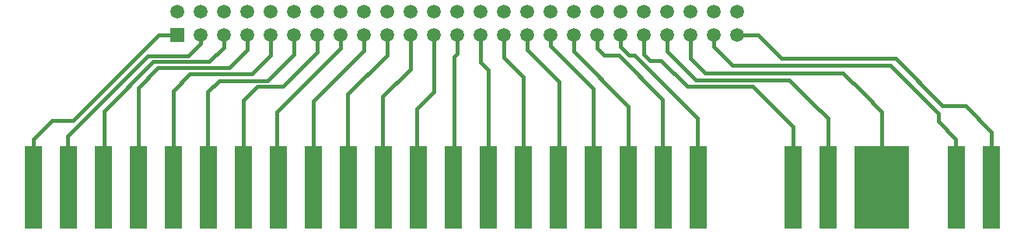
<source format=gtl>
%FSLAX23Y23*%
%MOIN*%
%SFA1B1*%

%IPPOS*%
%ADD10R,0.074800X0.354330*%
%ADD11R,0.236220X0.354330*%
%ADD12C,0.015750*%
%ADD13R,0.059060X0.059060*%
%ADD14C,0.059060*%
%LNfluke_8505a_board-1*%
%LPD*%
G54D10*
X226Y0D03*
X76D03*
X-474D03*
X-624D03*
X-1031Y0D03*
X-1181D03*
X-1331D03*
X-1481D03*
X-1631D03*
X-1781D03*
X-1931D03*
X-2081D03*
X-2231D03*
X-2381D03*
X-2531D03*
X-2681D03*
X-2831D03*
X-2981D03*
X-3131D03*
X-3281D03*
X-3431D03*
X-3581D03*
X-3881D03*
X-3731D03*
G54D11*
X-244Y0D03*
G54D12*
X-1371Y565D02*
X-1183Y377D01*
Y167D02*
Y377D01*
Y167D02*
X-1176Y160D01*
X-1564Y583D02*
X-1328Y347D01*
Y176D02*
Y347D01*
X-1335Y169D02*
X-1328Y176D01*
X-1864Y557D02*
X-1778Y471D01*
Y152D02*
Y471D01*
X-1764Y588D02*
X-1627Y451D01*
Y165D02*
Y451D01*
Y165D02*
X-1620Y157D01*
X-1664Y605D02*
X-1481Y422D01*
Y167D02*
Y422D01*
Y167D02*
X-1469Y155D01*
X-1302Y565D02*
X-1032Y296D01*
Y174D02*
Y296D01*
X-1045Y161D02*
X-1032Y174D01*
X-2064Y572D02*
Y651D01*
X-2077Y559D02*
X-2064Y572D01*
X-2077Y146D02*
Y559D01*
X-2164Y408D02*
Y651D01*
X-2237Y335D02*
X-2164Y408D01*
X-2237Y167D02*
Y335D01*
X-1964Y535D02*
Y651D01*
Y535D02*
X-1931Y501D01*
Y156D02*
Y501D01*
X-2264Y507D02*
Y651D01*
X-2383Y388D02*
X-2264Y507D01*
X-2383Y160D02*
Y388D01*
X-1864Y557D02*
Y651D01*
X-2364Y567D02*
Y651D01*
X-2533Y398D02*
X-2364Y567D01*
X-2533Y153D02*
Y398D01*
X-2464Y584D02*
Y651D01*
X-2679Y370D02*
X-2464Y584D01*
X-2679Y155D02*
Y370D01*
X-2564Y594D02*
Y651D01*
X-2836Y322D02*
X-2564Y594D01*
X-2836Y171D02*
Y322D01*
X-1764Y588D02*
Y651D01*
X-1664Y605D02*
Y651D01*
X-1564Y583D02*
Y651D01*
X-1464Y597D02*
Y651D01*
Y597D02*
X-1433Y565D01*
X-1371*
X-1364Y603D02*
Y651D01*
Y603D02*
X-1326Y565D01*
X-1302*
X-2664Y578D02*
Y651D01*
X-2811Y432D02*
X-2664Y578D01*
X-2921Y432D02*
X-2811D01*
X-2980Y373D02*
X-2921Y432D01*
X-2980Y162D02*
Y373D01*
X-2764Y569D02*
Y651D01*
X-2876Y457D02*
X-2764Y569D01*
X-3083Y457D02*
X-2876D01*
X-3132Y408D02*
X-3083Y457D01*
X-3132Y171D02*
Y408D01*
X-1264Y570D02*
Y651D01*
Y570D02*
X-1237Y543D01*
X-1188*
X-1077Y432*
X-797*
X-697Y332*
X-1164Y583D02*
Y651D01*
Y583D02*
X-1041Y459D01*
X-638*
X-546Y367*
X-2864Y565D02*
Y651D01*
X-2943Y486D02*
X-2864Y565D01*
X-3208Y486D02*
X-2943D01*
X-3281Y413D02*
X-3208Y486D01*
X-3281Y163D02*
Y413D01*
X-2964Y588D02*
Y651D01*
X-3040Y512D02*
X-2964Y588D01*
X-3345Y512D02*
X-3040D01*
X-3431Y427D02*
X-3345Y512D01*
X-3431Y169D02*
Y427D01*
X-1064Y553D02*
Y651D01*
Y553D02*
X-1000Y489D01*
X-408*
X-320Y401*
X-964Y601D02*
Y651D01*
Y601D02*
X-884Y521D01*
X-207*
X-1Y315*
X-864Y651D02*
X-773D01*
X-673Y551*
X-184*
X18Y348*
X-3064Y599D02*
Y651D01*
X-3125Y538D02*
X-3064Y599D01*
X-3367Y538D02*
X-3125D01*
X-3577Y327D02*
X-3367Y538D01*
X-3577Y163D02*
Y327D01*
X-3164Y615D02*
Y651D01*
X-3216Y563D02*
X-3164Y615D01*
X-3389Y563D02*
X-3216D01*
X-3734Y219D02*
X-3389Y563D01*
X-3734Y155D02*
Y219D01*
X-3343Y651D02*
X-3264D01*
X-3708Y286D02*
X-3343Y651D01*
X-3800Y286D02*
X-3708D01*
X-3881Y204D02*
X-3800Y286D01*
X-3881Y163D02*
Y204D01*
X-697Y332D02*
X-624Y258D01*
Y157D02*
Y258D01*
X-546Y367D02*
D01*
X-473Y294*
Y150D02*
Y294D01*
X-320Y401D02*
X-242Y322D01*
Y138D02*
Y322D01*
X-1Y282D02*
Y315D01*
Y282D02*
X73Y206D01*
Y134D02*
Y206D01*
X18Y348D02*
X116D01*
X228Y237*
Y135D02*
Y237D01*
G54D13*
X-3264Y651D03*
G54D14*
X-3264Y751D03*
X-3164Y651D03*
Y751D03*
X-3064Y651D03*
Y751D03*
X-2964Y651D03*
Y751D03*
X-2864Y651D03*
Y751D03*
X-2764Y651D03*
Y751D03*
X-2664Y651D03*
Y751D03*
X-2564Y651D03*
Y751D03*
X-2464Y651D03*
Y751D03*
X-2364Y651D03*
Y751D03*
X-2264Y651D03*
Y751D03*
X-2164Y651D03*
Y751D03*
X-2064Y651D03*
Y751D03*
X-1964Y651D03*
Y751D03*
X-1864Y651D03*
Y751D03*
X-1764Y651D03*
Y751D03*
X-1664Y651D03*
Y751D03*
X-1564Y651D03*
Y751D03*
X-1464Y651D03*
Y751D03*
X-1364Y651D03*
Y751D03*
X-1264Y651D03*
Y751D03*
X-1164Y651D03*
Y751D03*
X-1064Y651D03*
Y751D03*
X-964Y651D03*
Y751D03*
X-864Y651D03*
Y751D03*
M02*
</source>
